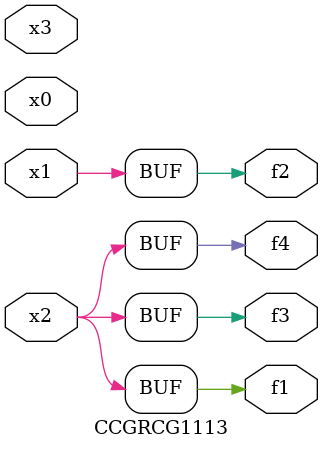
<source format=v>
module CCGRCG1113(
	input x0, x1, x2, x3,
	output f1, f2, f3, f4
);
	assign f1 = x2;
	assign f2 = x1;
	assign f3 = x2;
	assign f4 = x2;
endmodule

</source>
